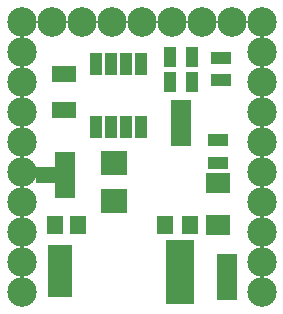
<source format=gbr>
G04 #@! TF.FileFunction,Soldermask,Top*
%FSLAX46Y46*%
G04 Gerber Fmt 4.6, Leading zero omitted, Abs format (unit mm)*
G04 Created by KiCad (PCBNEW 4.0.6) date 04/09/19 20:00:22*
%MOMM*%
%LPD*%
G01*
G04 APERTURE LIST*
%ADD10C,0.100000*%
%ADD11C,2.500000*%
%ADD12R,1.670000X1.370000*%
%ADD13R,2.200000X2.150000*%
%ADD14R,2.100000X1.700000*%
%ADD15R,1.000000X1.950000*%
%ADD16R,1.700000X1.100000*%
%ADD17R,1.400000X1.650000*%
%ADD18R,1.100000X1.700000*%
%ADD19R,2.000000X1.400000*%
%ADD20R,2.400000X5.400000*%
%ADD21R,2.100000X4.400000*%
G04 APERTURE END LIST*
D10*
D11*
X161561000Y-67845000D03*
X161561000Y-70385000D03*
X161561000Y-72925000D03*
X161561000Y-75465000D03*
X161561000Y-78005000D03*
X161561000Y-80545000D03*
X161561000Y-83085000D03*
X161561000Y-85625000D03*
X161561000Y-88165000D03*
X161561000Y-65305000D03*
X159021000Y-65305000D03*
X156481000Y-65305000D03*
X153941000Y-65305000D03*
X151401000Y-65305000D03*
X148861000Y-65305000D03*
X146321000Y-65305000D03*
X143781000Y-65305000D03*
X141241000Y-65305000D03*
X141241000Y-67845000D03*
X141241000Y-70385000D03*
X141241000Y-72925000D03*
X141241000Y-75465000D03*
X141241000Y-78005000D03*
X141241000Y-80545000D03*
X141241000Y-83085000D03*
X141241000Y-85625000D03*
X141241000Y-88165000D03*
D12*
X154749800Y-72570200D03*
X154749800Y-73840200D03*
X154749800Y-75110200D03*
D13*
X149111000Y-77244400D03*
X149111000Y-80494400D03*
D14*
X157899400Y-78999000D03*
X157899400Y-82499000D03*
D15*
X147510800Y-74254200D03*
X148780800Y-74254200D03*
X150050800Y-74254200D03*
X151320800Y-74254200D03*
X151320800Y-68854200D03*
X150050800Y-68854200D03*
X148780800Y-68854200D03*
X147510800Y-68854200D03*
D16*
X158102600Y-68369000D03*
X158102600Y-70269000D03*
D17*
X144047000Y-82527000D03*
X146047000Y-82527000D03*
D12*
X158610600Y-88165800D03*
X158610600Y-86895800D03*
X158610600Y-85625800D03*
X154749800Y-72570200D03*
X154749800Y-73840200D03*
X154749800Y-75110200D03*
D18*
X155699800Y-70385800D03*
X153799800Y-70385800D03*
X155699800Y-68303000D03*
X153799800Y-68303000D03*
D19*
X144843800Y-69749400D03*
X144843800Y-72749400D03*
D20*
X154688200Y-86478600D03*
D21*
X144538200Y-86438600D03*
D17*
X155495000Y-82476200D03*
X153395000Y-82476200D03*
D16*
X157899400Y-77228600D03*
X157899400Y-75328600D03*
D12*
X144894600Y-76989800D03*
X144894600Y-78259800D03*
X144894600Y-79529800D03*
X143344600Y-78259800D03*
M02*

</source>
